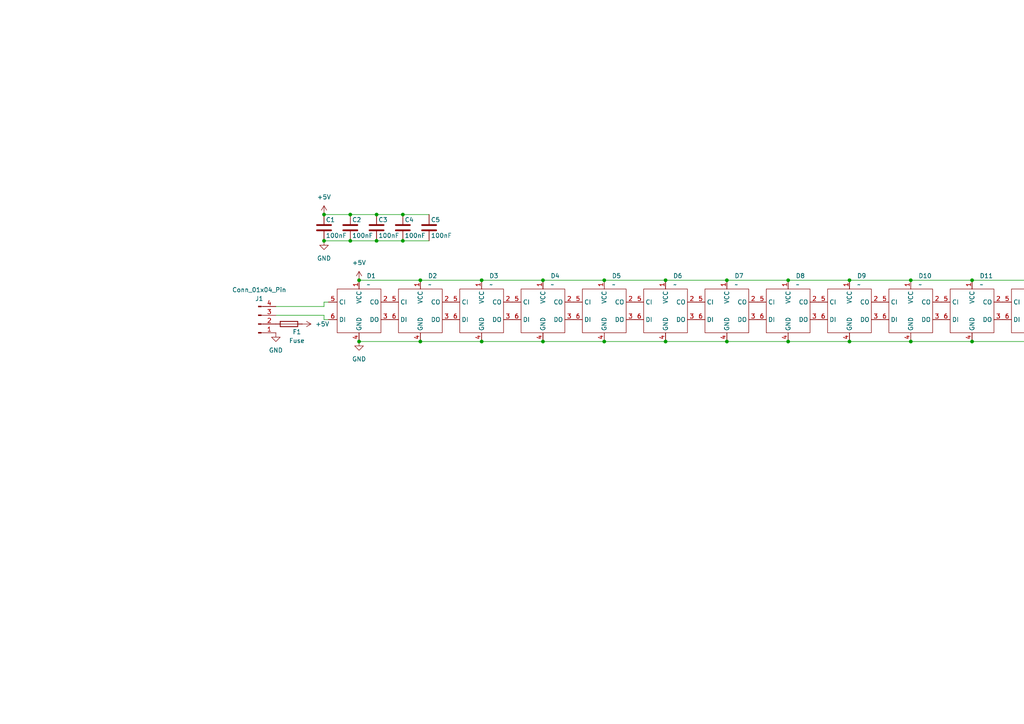
<source format=kicad_sch>
(kicad_sch (version 20231120) (generator "eeschema") (generator_version "8.0")
  (paper "A4")
  (lib_symbols
    (symbol "Connector:Conn_01x04_Pin" (pin_names (offset 1.016) hide)
      (property "Reference" "J" (at 0 5.08 0))
      (property "Value" "Conn_01x04_Pin" (at 0 -7.62 0))
      (symbol "Conn_01x04_Pin_1_1"
        (polyline (pts (xy 1.27 -5.08) (xy 0.8636 -5.08)) (stroke (width 0.1524)))
        (polyline (pts (xy 1.27 -2.54) (xy 0.8636 -2.54)) (stroke (width 0.1524)))
        (polyline (pts (xy 1.27 0) (xy 0.8636 0)) (stroke (width 0.1524)))
        (polyline (pts (xy 1.27 2.54) (xy 0.8636 2.54)) (stroke (width 0.1524)))
        (rectangle (start 0.8636 -4.953) (end 0 -5.207) (stroke (width 0.1524)) (fill (type outline)))
        (rectangle (start 0.8636 -2.413) (end 0 -2.667) (stroke (width 0.1524)) (fill (type outline)))
        (rectangle (start 0.8636 0.127) (end 0 -0.127) (stroke (width 0.1524)) (fill (type outline)))
        (rectangle (start 0.8636 2.667) (end 0 2.413) (stroke (width 0.1524)) (fill (type outline)))
        (pin passive line (at 5.08 2.54 180) (length 3.81) (name "Pin_1") (number "1"))
        (pin passive line (at 5.08 0 180) (length 3.81) (name "Pin_2") (number "2"))
        (pin passive line (at 5.08 -2.54 180) (length 3.81) (name "Pin_3") (number "3"))
        (pin passive line (at 5.08 -5.08 180) (length 3.81) (name "Pin_4") (number "4"))
      )
    )
    (symbol "Danger_Doughnut_Lib:HD107s"
      (property "Reference" "D" (at 0 0 0))
      (symbol "HD107s_0_1"
        (rectangle (start -6.35 6.35) (end 6.35 -6.35))
      )
      (symbol "HD107s_1_1"
        (pin input line (at 0 8.89 270) (length 2.54) (name "VCC") (number "1"))
        (pin input line (at 8.89 2.54 180) (length 2.54) (name "CO") (number "2"))
        (pin input line (at 8.89 -2.54 180) (length 2.54) (name "DO") (number "3"))
        (pin input line (at 0 -8.89 90) (length 2.54) (name "GND") (number "4"))
        (pin input line (at -8.89 2.54 0) (length 2.54) (name "CI") (number "5"))
        (pin input line (at -8.89 -2.54 0) (length 2.54) (name "DI") (number "6"))
      )
    )
    (symbol "Device:C" (pin_numbers hide) (pin_names (offset 0.254))
      (property "Reference" "C" (at 0.635 2.54 0))
      (property "Value" "C" (at 0.635 -2.54 0))
      (symbol "C_0_1"
        (polyline (pts (xy -2.032 -0.762) (xy 2.032 -0.762)) (stroke (width 0.508)))
        (polyline (pts (xy -2.032 0.762) (xy 2.032 0.762)) (stroke (width 0.508)))
      )
      (symbol "C_1_1"
        (pin passive line (at 0 3.81 270) (length 2.794) (name "~") (number "1"))
        (pin passive line (at 0 -3.81 90) (length 2.794) (name "~") (number "2"))
      )
    )
    (symbol "Device:Fuse" (pin_numbers hide) (pin_names (offset 0))
      (property "Reference" "F" (at 2.032 0 90))
      (property "Value" "Fuse" (at -1.905 0 90))
      (symbol "Fuse_0_1"
        (rectangle (start -0.762 -2.54) (end 0.762 2.54) (stroke (width 0.254)))
        (polyline (pts (xy 0 2.54) (xy 0 -2.54)))
      )
      (symbol "Fuse_1_1"
        (pin passive line (at 0 3.81 270) (length 1.27) (name "~") (number "1"))
        (pin passive line (at 0 -3.81 90) (length 1.27) (name "~") (number "2"))
      )
    )
    (symbol "power:+5V" (power) (pin_numbers hide) (pin_names (offset 0) hide)
      (property "Value" "+5V" (at 0 3.556 0))
      (symbol "+5V_0_1"
        (polyline (pts (xy -0.762 1.27) (xy 0 2.54)))
        (polyline (pts (xy 0 0) (xy 0 2.54)))
        (polyline (pts (xy 0 2.54) (xy 0.762 1.27)))
      )
      (symbol "+5V_1_1"
        (pin power_in line (at 0 0 90) (length 0) (name "~") (number "1"))
      )
    )
    (symbol "power:GND" (power) (pin_numbers hide) (pin_names (offset 0) hide)
      (property "Value" "GND" (at 0 -3.81 0))
      (symbol "GND_0_1"
        (polyline (pts (xy 0 0) (xy 0 -1.27) (xy 1.27 -1.27) (xy 0 -2.54) (xy -1.27 -1.27) (xy 0 -1.27)))
      )
      (symbol "GND_1_1"
        (pin power_in line (at 0 0 270) (length 0) (name "~") (number "1"))
      )
    )
  )
  (junction (at 264.16 99.06))
  (junction (at 335.28 81.28))
  (junction (at 210.82 99.06))
  (junction (at 246.38 81.28))
  (junction (at 317.5 99.06))
  (junction (at 228.6 81.28))
  (junction (at 93.98 69.85))
  (junction (at 109.22 62.23))
  (junction (at 121.92 99.06))
  (junction (at 228.6 99.06))
  (junction (at 406.4 81.28))
  (junction (at 139.7 99.06))
  (junction (at 139.7 81.28))
  (junction (at 157.48 99.06))
  (junction (at 210.82 81.28))
  (junction (at 317.5 81.28))
  (junction (at 101.6 62.23))
  (junction (at 281.94 99.06))
  (junction (at 281.94 81.28))
  (junction (at 424.18 81.28))
  (junction (at 109.22 69.85))
  (junction (at 388.62 99.06))
  (junction (at 193.04 81.28))
  (junction (at 353.06 99.06))
  (junction (at 424.18 99.06))
  (junction (at 193.04 99.06))
  (junction (at 175.26 99.06))
  (junction (at 104.14 99.06))
  (junction (at 116.84 62.23))
  (junction (at 299.72 81.28))
  (junction (at 104.14 81.28))
  (junction (at 264.16 81.28))
  (junction (at 175.26 81.28))
  (junction (at 370.84 99.06))
  (junction (at 335.28 99.06))
  (junction (at 299.72 99.06))
  (junction (at 101.6 69.85))
  (junction (at 370.84 81.28))
  (junction (at 406.4 99.06))
  (junction (at 353.06 81.28))
  (junction (at 246.38 99.06))
  (junction (at 157.48 81.28))
  (junction (at 388.62 81.28))
  (junction (at 93.98 62.23))
  (junction (at 116.84 69.85))
  (junction (at 121.92 81.28))
  (wire (pts (xy 299.72 81.28) (xy 317.5 81.28)))
  (wire (pts (xy 424.18 99.06) (xy 441.96 99.06)))
  (wire (pts (xy 317.5 99.06) (xy 335.28 99.06)))
  (wire (pts (xy 157.48 81.28) (xy 175.26 81.28)))
  (wire (pts (xy 139.7 81.28) (xy 157.48 81.28)))
  (wire (pts (xy 175.26 81.28) (xy 193.04 81.28)))
  (wire (pts (xy 104.14 81.28) (xy 121.92 81.28)))
  (wire (pts (xy 101.6 69.85) (xy 109.22 69.85)))
  (wire (pts (xy 93.98 91.44) (xy 80.01 91.44)))
  (wire (pts (xy 109.22 69.85) (xy 116.84 69.85)))
  (wire (pts (xy 95.25 92.71) (xy 93.98 92.71)))
  (wire (pts (xy 228.6 81.28) (xy 246.38 81.28)))
  (wire (pts (xy 264.16 99.06) (xy 281.94 99.06)))
  (wire (pts (xy 424.18 81.28) (xy 441.96 81.28)))
  (wire (pts (xy 193.04 81.28) (xy 210.82 81.28)))
  (wire (pts (xy 246.38 99.06) (xy 264.16 99.06)))
  (wire (pts (xy 95.25 87.63) (xy 93.98 87.63)))
  (wire (pts (xy 93.98 88.9) (xy 93.98 87.63)))
  (wire (pts (xy 175.26 99.06) (xy 193.04 99.06)))
  (wire (pts (xy 116.84 69.85) (xy 124.46 69.85)))
  (wire (pts (xy 93.98 62.23) (xy 101.6 62.23)))
  (wire (pts (xy 406.4 81.28) (xy 424.18 81.28)))
  (wire (pts (xy 121.92 99.06) (xy 139.7 99.06)))
  (wire (pts (xy 335.28 99.06) (xy 353.06 99.06)))
  (wire (pts (xy 121.92 81.28) (xy 139.7 81.28)))
  (wire (pts (xy 353.06 81.28) (xy 370.84 81.28)))
  (wire (pts (xy 116.84 62.23) (xy 124.46 62.23)))
  (wire (pts (xy 101.6 62.23) (xy 109.22 62.23)))
  (wire (pts (xy 109.22 62.23) (xy 116.84 62.23)))
  (wire (pts (xy 104.14 99.06) (xy 121.92 99.06)))
  (wire (pts (xy 388.62 81.28) (xy 406.4 81.28)))
  (wire (pts (xy 93.98 92.71) (xy 93.98 91.44)))
  (wire (pts (xy 93.98 88.9) (xy 80.01 88.9)))
  (wire (pts (xy 299.72 99.06) (xy 317.5 99.06)))
  (wire (pts (xy 335.28 81.28) (xy 353.06 81.28)))
  (wire (pts (xy 406.4 99.06) (xy 424.18 99.06)))
  (wire (pts (xy 139.7 99.06) (xy 157.48 99.06)))
  (wire (pts (xy 281.94 81.28) (xy 299.72 81.28)))
  (wire (pts (xy 370.84 81.28) (xy 388.62 81.28)))
  (wire (pts (xy 317.5 81.28) (xy 335.28 81.28)))
  (wire (pts (xy 388.62 99.06) (xy 406.4 99.06)))
  (wire (pts (xy 353.06 99.06) (xy 370.84 99.06)))
  (wire (pts (xy 210.82 99.06) (xy 228.6 99.06)))
  (wire (pts (xy 93.98 69.85) (xy 101.6 69.85)))
  (wire (pts (xy 228.6 99.06) (xy 246.38 99.06)))
  (wire (pts (xy 157.48 99.06) (xy 175.26 99.06)))
  (wire (pts (xy 246.38 81.28) (xy 264.16 81.28)))
  (wire (pts (xy 264.16 81.28) (xy 281.94 81.28)))
  (wire (pts (xy 193.04 99.06) (xy 210.82 99.06)))
  (wire (pts (xy 281.94 99.06) (xy 299.72 99.06)))
  (wire (pts (xy 210.82 81.28) (xy 228.6 81.28)))
  (wire (pts (xy 370.84 99.06) (xy 388.62 99.06)))
  (symbol (lib_id "Danger_Doughnut_Lib:HD107s") (at 246.38 90.17 0) (unit 1)
    (property "Reference" "D9" (at 248.5741 80.01 0) (effects (justify left)))
    (property "Value" "~" (at 248.5741 82.55 0) (effects (justify left)))
    (property "Footprint" "Danger_Doughnut_Lib:HD107s" (effects (hide yes)))
    (property "Datasheet" "https://www.addressableledstrip.com/uploads/20200605/ce9d2a12224d7f3c2a83cdc4e54d2826.pdf" (effects (hide yes)))
  )
  (symbol (lib_id "Danger_Doughnut_Lib:HD107s") (at 210.82 90.17 0) (unit 1)
    (property "Reference" "D7" (at 213.0141 80.01 0) (effects (justify left)))
    (property "Value" "~" (at 213.0141 82.55 0) (effects (justify left)))
    (property "Footprint" "Danger_Doughnut_Lib:HD107s" (effects (hide yes)))
    (property "Datasheet" "https://www.addressableledstrip.com/uploads/20200605/ce9d2a12224d7f3c2a83cdc4e54d2826.pdf" (effects (hide yes)))
  )
  (symbol (lib_id "Danger_Doughnut_Lib:HD107s") (at 317.5 90.17 0) (unit 1)
    (property "Reference" "D13" (at 319.6941 80.01 0) (effects (justify left)))
    (property "Value" "~" (at 319.6941 82.55 0) (effects (justify left)))
    (property "Footprint" "Danger_Doughnut_Lib:HD107s" (effects (hide yes)))
    (property "Datasheet" "https://www.addressableledstrip.com/uploads/20200605/ce9d2a12224d7f3c2a83cdc4e54d2826.pdf" (effects (hide yes)))
  )
  (symbol (lib_id "Danger_Doughnut_Lib:HD107s") (at 121.92 90.17 0) (unit 1)
    (property "Reference" "D2" (at 124.1141 80.01 0) (effects (justify left)))
    (property "Value" "~" (at 124.1141 82.55 0) (effects (justify left)))
    (property "Footprint" "Danger_Doughnut_Lib:HD107s" (effects (hide yes)))
    (property "Datasheet" "https://www.addressableledstrip.com/uploads/20200605/ce9d2a12224d7f3c2a83cdc4e54d2826.pdf" (effects (hide yes)))
  )
  (symbol (lib_id "power:GND") (at 80.01 96.52 0) (unit 1)
    (property "Reference" "#PWR03" (effects (hide yes)))
    (property "Value" "GND" (at 80.01 101.6 0))
    (property "Description" "Power symbol creates a global label with name \"GND\" , ground" (effects (hide yes)))
  )
  (symbol (lib_id "Danger_Doughnut_Lib:HD107s") (at 264.16 90.17 0) (unit 1)
    (property "Reference" "D10" (at 266.3541 80.01 0) (effects (justify left)))
    (property "Value" "~" (at 266.3541 82.55 0) (effects (justify left)))
    (property "Footprint" "Danger_Doughnut_Lib:HD107s" (effects (hide yes)))
    (property "Datasheet" "https://www.addressableledstrip.com/uploads/20200605/ce9d2a12224d7f3c2a83cdc4e54d2826.pdf" (effects (hide yes)))
  )
  (symbol (lib_id "Danger_Doughnut_Lib:HD107s") (at 441.96 90.17 0) (unit 1)
    (property "Reference" "D20" (at 444.1541 80.01 0) (effects (justify left)))
    (property "Value" "~" (at 444.1541 82.55 0) (effects (justify left)))
    (property "Footprint" "Danger_Doughnut_Lib:HD107s" (effects (hide yes)))
    (property "Datasheet" "https://www.addressableledstrip.com/uploads/20200605/ce9d2a12224d7f3c2a83cdc4e54d2826.pdf" (effects (hide yes)))
  )
  (symbol (lib_id "Danger_Doughnut_Lib:HD107s") (at 388.62 90.17 0) (unit 1)
    (property "Reference" "D17" (at 390.8141 80.01 0) (effects (justify left)))
    (property "Value" "~" (at 390.8141 82.55 0) (effects (justify left)))
    (property "Footprint" "Danger_Doughnut_Lib:HD107s" (effects (hide yes)))
    (property "Datasheet" "https://www.addressableledstrip.com/uploads/20200605/ce9d2a12224d7f3c2a83cdc4e54d2826.pdf" (effects (hide yes)))
  )
  (symbol (lib_id "Device:C") (at 93.98 66.04 0) (unit 1)
    (property "Reference" "C1" (at 94.488 63.754 0) (effects (justify left)))
    (property "Value" "100nF" (at 94.488 68.326 0) (effects (justify left)))
    (property "Footprint" "Capacitor_SMD:C_0603_1608Metric" (effects (hide yes)))
    (property "Description" "Unpolarized capacitor" (effects (hide yes)))
  )
  (symbol (lib_id "Danger_Doughnut_Lib:HD107s") (at 139.7 90.17 0) (unit 1)
    (property "Reference" "D3" (at 141.8941 80.01 0) (effects (justify left)))
    (property "Value" "~" (at 141.8941 82.55 0) (effects (justify left)))
    (property "Footprint" "Danger_Doughnut_Lib:HD107s" (effects (hide yes)))
    (property "Datasheet" "https://www.addressableledstrip.com/uploads/20200605/ce9d2a12224d7f3c2a83cdc4e54d2826.pdf" (effects (hide yes)))
  )
  (symbol (lib_id "Connector:Conn_01x04_Pin") (at 74.93 93.98 0) (mirror x) (unit 1)
    (property "Reference" "J1" (at 75.184 86.614 0))
    (property "Value" "Conn_01x04_Pin" (at 75.184 84.074 0))
    (property "Footprint" "Danger_Doughnut_Lib:JST_S04B-PASK-2_LF__SN_" (effects (hide yes)))
    (property "Description" "Generic connector, single row, 01x04, script generated" (effects (hide yes)))
  )
  (symbol (lib_id "Danger_Doughnut_Lib:HD107s") (at 281.94 90.17 0) (unit 1)
    (property "Reference" "D11" (at 284.1341 80.01 0) (effects (justify left)))
    (property "Value" "~" (at 284.1341 82.55 0) (effects (justify left)))
    (property "Footprint" "Danger_Doughnut_Lib:HD107s" (effects (hide yes)))
    (property "Datasheet" "https://www.addressableledstrip.com/uploads/20200605/ce9d2a12224d7f3c2a83cdc4e54d2826.pdf" (effects (hide yes)))
  )
  (symbol (lib_id "power:+5V") (at 93.98 62.23 0) (unit 1)
    (property "Reference" "#PWR05" (effects (hide yes)))
    (property "Value" "+5V" (at 93.98 57.15 0))
    (property "Description" "Power symbol creates a global label with name \"+5V\"" (effects (hide yes)))
  )
  (symbol (lib_id "Danger_Doughnut_Lib:HD107s") (at 228.6 90.17 0) (unit 1)
    (property "Reference" "D8" (at 230.7941 80.01 0) (effects (justify left)))
    (property "Value" "~" (at 230.7941 82.55 0) (effects (justify left)))
    (property "Footprint" "Danger_Doughnut_Lib:HD107s" (effects (hide yes)))
    (property "Datasheet" "https://www.addressableledstrip.com/uploads/20200605/ce9d2a12224d7f3c2a83cdc4e54d2826.pdf" (effects (hide yes)))
  )
  (symbol (lib_id "Danger_Doughnut_Lib:HD107s") (at 157.48 90.17 0) (unit 1)
    (property "Reference" "D4" (at 159.6741 80.01 0) (effects (justify left)))
    (property "Value" "~" (at 159.6741 82.55 0) (effects (justify left)))
    (property "Footprint" "Danger_Doughnut_Lib:HD107s" (effects (hide yes)))
    (property "Datasheet" "https://www.addressableledstrip.com/uploads/20200605/ce9d2a12224d7f3c2a83cdc4e54d2826.pdf" (effects (hide yes)))
  )
  (symbol (lib_id "power:GND") (at 93.98 69.85 0) (unit 1)
    (property "Reference" "#PWR06" (effects (hide yes)))
    (property "Value" "GND" (at 93.98 74.93 0))
    (property "Description" "Power symbol creates a global label with name \"GND\" , ground" (effects (hide yes)))
  )
  (symbol (lib_id "Danger_Doughnut_Lib:HD107s") (at 424.18 90.17 0) (unit 1)
    (property "Reference" "D19" (at 426.3741 80.01 0) (effects (justify left)))
    (property "Value" "~" (at 426.3741 82.55 0) (effects (justify left)))
    (property "Footprint" "Danger_Doughnut_Lib:HD107s" (effects (hide yes)))
    (property "Datasheet" "https://www.addressableledstrip.com/uploads/20200605/ce9d2a12224d7f3c2a83cdc4e54d2826.pdf" (effects (hide yes)))
  )
  (symbol (lib_id "Danger_Doughnut_Lib:HD107s") (at 104.14 90.17 0) (unit 1)
    (property "Reference" "D1" (at 106.3341 80.01 0) (effects (justify left)))
    (property "Value" "~" (at 106.3341 82.55 0) (effects (justify left)))
    (property "Footprint" "Danger_Doughnut_Lib:HD107s" (effects (hide yes)))
    (property "Datasheet" "https://www.addressableledstrip.com/uploads/20200605/ce9d2a12224d7f3c2a83cdc4e54d2826.pdf" (effects (hide yes)))
  )
  (symbol (lib_id "power:+5V") (at 87.63 93.98 270) (unit 1)
    (property "Reference" "#PWR02" (effects (hide yes)))
    (property "Value" "+5V" (at 91.44 93.9799 90) (effects (justify left)))
    (property "Description" "Power symbol creates a global label with name \"+5V\"" (effects (hide yes)))
  )
  (symbol (lib_id "Danger_Doughnut_Lib:HD107s") (at 406.4 90.17 0) (unit 1)
    (property "Reference" "D18" (at 408.5941 80.01 0) (effects (justify left)))
    (property "Value" "~" (at 408.5941 82.55 0) (effects (justify left)))
    (property "Footprint" "Danger_Doughnut_Lib:HD107s" (effects (hide yes)))
    (property "Datasheet" "https://www.addressableledstrip.com/uploads/20200605/ce9d2a12224d7f3c2a83cdc4e54d2826.pdf" (effects (hide yes)))
  )
  (symbol (lib_id "power:+5V") (at 104.14 81.28 0) (unit 1)
    (property "Reference" "#PWR01" (effects (hide yes)))
    (property "Value" "+5V" (at 104.14 76.2 0))
    (property "Description" "Power symbol creates a global label with name \"+5V\"" (effects (hide yes)))
  )
  (symbol (lib_id "Danger_Doughnut_Lib:HD107s") (at 370.84 90.17 0) (unit 1)
    (property "Reference" "D16" (at 373.0341 80.01 0) (effects (justify left)))
    (property "Value" "~" (at 373.0341 82.55 0) (effects (justify left)))
    (property "Footprint" "Danger_Doughnut_Lib:HD107s" (effects (hide yes)))
    (property "Datasheet" "https://www.addressableledstrip.com/uploads/20200605/ce9d2a12224d7f3c2a83cdc4e54d2826.pdf" (effects (hide yes)))
  )
  (symbol (lib_id "Danger_Doughnut_Lib:HD107s") (at 335.28 90.17 0) (unit 1)
    (property "Reference" "D14" (at 337.4741 80.01 0) (effects (justify left)))
    (property "Value" "~" (at 337.4741 82.55 0) (effects (justify left)))
    (property "Footprint" "Danger_Doughnut_Lib:HD107s" (effects (hide yes)))
    (property "Datasheet" "https://www.addressableledstrip.com/uploads/20200605/ce9d2a12224d7f3c2a83cdc4e54d2826.pdf" (effects (hide yes)))
  )
  (symbol (lib_id "Danger_Doughnut_Lib:HD107s") (at 353.06 90.17 0) (unit 1)
    (property "Reference" "D15" (at 355.2541 80.01 0) (effects (justify left)))
    (property "Value" "~" (at 355.2541 82.55 0) (effects (justify left)))
    (property "Footprint" "Danger_Doughnut_Lib:HD107s" (effects (hide yes)))
    (property "Datasheet" "https://www.addressableledstrip.com/uploads/20200605/ce9d2a12224d7f3c2a83cdc4e54d2826.pdf" (effects (hide yes)))
  )
  (symbol (lib_id "power:GND") (at 104.14 99.06 0) (unit 1)
    (property "Reference" "#PWR04" (effects (hide yes)))
    (property "Value" "GND" (at 104.14 104.14 0))
    (property "Description" "Power symbol creates a global label with name \"GND\" , ground" (effects (hide yes)))
  )
  (symbol (lib_id "Device:Fuse") (at 83.82 93.98 270) (unit 1)
    (property "Reference" "F1" (at 86.106 96.266 90))
    (property "Value" "Fuse" (at 86.106 98.806 90))
    (property "Footprint" "Fuse:Fuse_0603_1608Metric" (effects (hide yes)))
    (property "Description" "Fuse" (effects (hide yes)))
  )
  (symbol (lib_id "Danger_Doughnut_Lib:HD107s") (at 175.26 90.17 0) (unit 1)
    (property "Reference" "D5" (at 177.4541 80.01 0) (effects (justify left)))
    (property "Value" "~" (at 177.4541 82.55 0) (effects (justify left)))
    (property "Footprint" "Danger_Doughnut_Lib:HD107s" (effects (hide yes)))
    (property "Datasheet" "https://www.addressableledstrip.com/uploads/20200605/ce9d2a12224d7f3c2a83cdc4e54d2826.pdf" (effects (hide yes)))
  )
  (symbol (lib_id "Device:C") (at 116.84 66.04 0) (unit 1)
    (property "Reference" "C4" (at 117.348 63.754 0) (effects (justify left)))
    (property "Value" "100nF" (at 117.348 68.326 0) (effects (justify left)))
    (property "Footprint" "Capacitor_SMD:C_0603_1608Metric" (effects (hide yes)))
    (property "Description" "Unpolarized capacitor" (effects (hide yes)))
  )
  (symbol (lib_id "Device:C") (at 124.46 66.04 0) (unit 1)
    (property "Reference" "C5" (at 124.968 63.754 0) (effects (justify left)))
    (property "Value" "100nF" (at 124.968 68.326 0) (effects (justify left)))
    (property "Footprint" "Capacitor_SMD:C_0603_1608Metric" (effects (hide yes)))
    (property "Description" "Unpolarized capacitor" (effects (hide yes)))
  )
  (symbol (lib_id "Danger_Doughnut_Lib:HD107s") (at 299.72 90.17 0) (unit 1)
    (property "Reference" "D12" (at 301.9141 80.01 0) (effects (justify left)))
    (property "Value" "~" (at 301.9141 82.55 0) (effects (justify left)))
    (property "Footprint" "Danger_Doughnut_Lib:HD107s" (effects (hide yes)))
    (property "Datasheet" "https://www.addressableledstrip.com/uploads/20200605/ce9d2a12224d7f3c2a83cdc4e54d2826.pdf" (effects (hide yes)))
  )
  (symbol (lib_id "Device:C") (at 109.22 66.04 0) (unit 1)
    (property "Reference" "C3" (at 109.728 63.754 0) (effects (justify left)))
    (property "Value" "100nF" (at 109.728 68.326 0) (effects (justify left)))
    (property "Footprint" "Capacitor_SMD:C_0603_1608Metric" (effects (hide yes)))
    (property "Description" "Unpolarized capacitor" (effects (hide yes)))
  )
  (symbol (lib_id "Device:C") (at 101.6 66.04 0) (unit 1)
    (property "Reference" "C2" (at 102.108 63.754 0) (effects (justify left)))
    (property "Value" "100nF" (at 102.108 68.326 0) (effects (justify left)))
    (property "Footprint" "Capacitor_SMD:C_0603_1608Metric" (effects (hide yes)))
    (property "Description" "Unpolarized capacitor" (effects (hide yes)))
  )
  (symbol (lib_id "Danger_Doughnut_Lib:HD107s") (at 193.04 90.17 0) (unit 1)
    (property "Reference" "D6" (at 195.2341 80.01 0) (effects (justify left)))
    (property "Value" "~" (at 195.2341 82.55 0) (effects (justify left)))
    (property "Footprint" "Danger_Doughnut_Lib:HD107s" (effects (hide yes)))
    (property "Datasheet" "https://www.addressableledstrip.com/uploads/20200605/ce9d2a12224d7f3c2a83cdc4e54d2826.pdf" (effects (hide yes)))
  )
)
</source>
